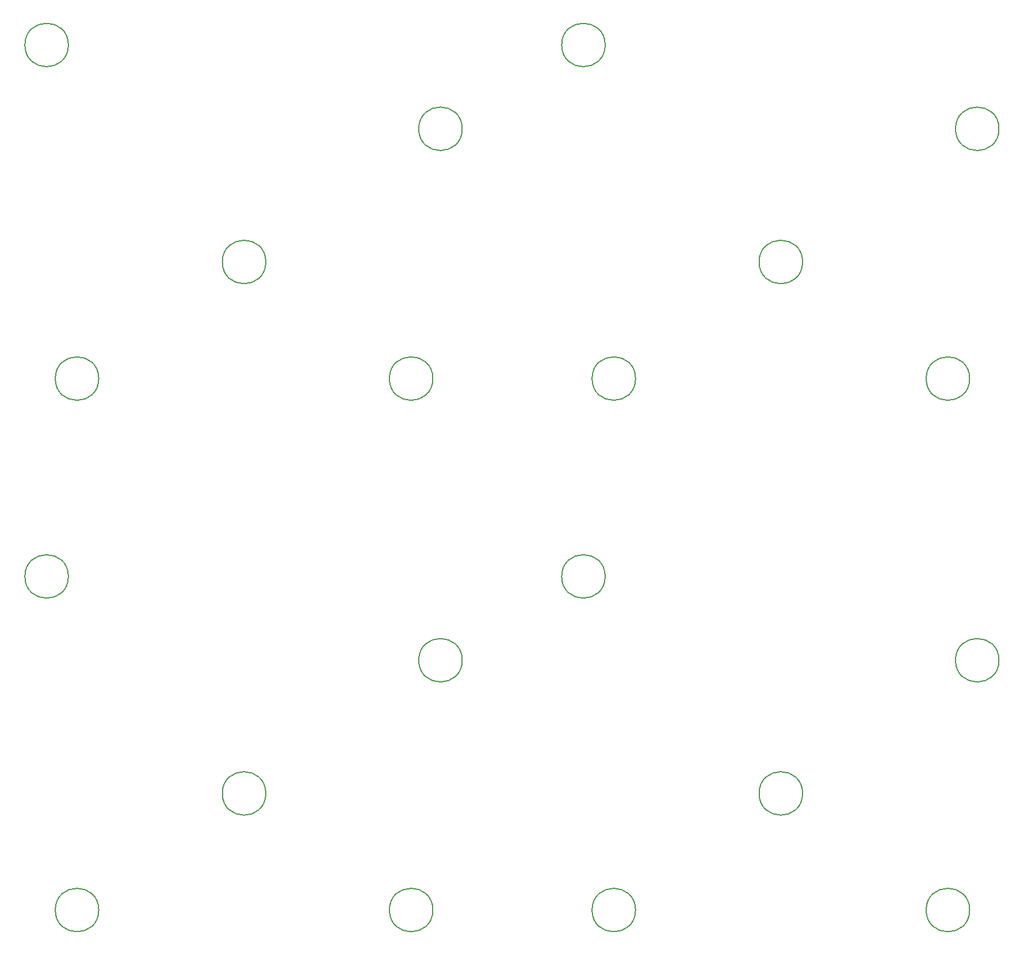
<source format=gbr>
G04 #@! TF.GenerationSoftware,KiCad,Pcbnew,6.0.0-d3dd2cf0fa~116~ubuntu20.04.1*
G04 #@! TF.CreationDate,2023-02-24T20:34:38+00:00*
G04 #@! TF.ProjectId,pixel-pump-mainboard-panel,70697865-6c2d-4707-956d-702d6d61696e,9*
G04 #@! TF.SameCoordinates,Original*
G04 #@! TF.FileFunction,Other,Comment*
%FSLAX46Y46*%
G04 Gerber Fmt 4.6, Leading zero omitted, Abs format (unit mm)*
G04 Created by KiCad (PCBNEW 6.0.0-d3dd2cf0fa~116~ubuntu20.04.1) date 2023-02-24 20:34:38*
%MOMM*%
%LPD*%
G01*
G04 APERTURE LIST*
%ADD10C,0.150000*%
G04 APERTURE END LIST*
D10*
G04 #@! TO.C,H5*
X98218400Y-94226819D02*
G75*
G03*
X98218400Y-94226819I-3200000J0D01*
G01*
G04 #@! TO.C,H4*
X23688800Y-143350419D02*
G75*
G03*
X23688800Y-143350419I-3200000J0D01*
G01*
G04 #@! TO.C,H3*
X48276000Y-126180019D02*
G75*
G03*
X48276000Y-126180019I-3200000J0D01*
G01*
G04 #@! TO.C,H5*
X98218400Y-15967199D02*
G75*
G03*
X98218400Y-15967199I-3200000J0D01*
G01*
G04 #@! TO.C,H2*
X77181200Y-106571219D02*
G75*
G03*
X77181200Y-106571219I-3200000J0D01*
G01*
X156181200Y-28311599D02*
G75*
G03*
X156181200Y-28311599I-3200000J0D01*
G01*
G04 #@! TO.C,H4*
X102688800Y-65090799D02*
G75*
G03*
X102688800Y-65090799I-3200000J0D01*
G01*
G04 #@! TO.C,H1*
X72863200Y-143350419D02*
G75*
G03*
X72863200Y-143350419I-3200000J0D01*
G01*
G04 #@! TO.C,H2*
X156181200Y-106571219D02*
G75*
G03*
X156181200Y-106571219I-3200000J0D01*
G01*
X77181200Y-28311599D02*
G75*
G03*
X77181200Y-28311599I-3200000J0D01*
G01*
G04 #@! TO.C,H1*
X151863200Y-65090799D02*
G75*
G03*
X151863200Y-65090799I-3200000J0D01*
G01*
G04 #@! TO.C,H5*
X19218400Y-15967199D02*
G75*
G03*
X19218400Y-15967199I-3200000J0D01*
G01*
G04 #@! TO.C,H3*
X48276000Y-47920399D02*
G75*
G03*
X48276000Y-47920399I-3200000J0D01*
G01*
G04 #@! TO.C,H1*
X151863200Y-143350419D02*
G75*
G03*
X151863200Y-143350419I-3200000J0D01*
G01*
G04 #@! TO.C,H5*
X19218400Y-94226819D02*
G75*
G03*
X19218400Y-94226819I-3200000J0D01*
G01*
G04 #@! TO.C,H1*
X72863200Y-65090799D02*
G75*
G03*
X72863200Y-65090799I-3200000J0D01*
G01*
G04 #@! TO.C,H4*
X102688800Y-143350419D02*
G75*
G03*
X102688800Y-143350419I-3200000J0D01*
G01*
G04 #@! TO.C,H3*
X127276000Y-47920399D02*
G75*
G03*
X127276000Y-47920399I-3200000J0D01*
G01*
G04 #@! TO.C,H4*
X23688800Y-65090799D02*
G75*
G03*
X23688800Y-65090799I-3200000J0D01*
G01*
G04 #@! TO.C,H3*
X127276000Y-126180019D02*
G75*
G03*
X127276000Y-126180019I-3200000J0D01*
G01*
G04 #@! TD*
M02*

</source>
